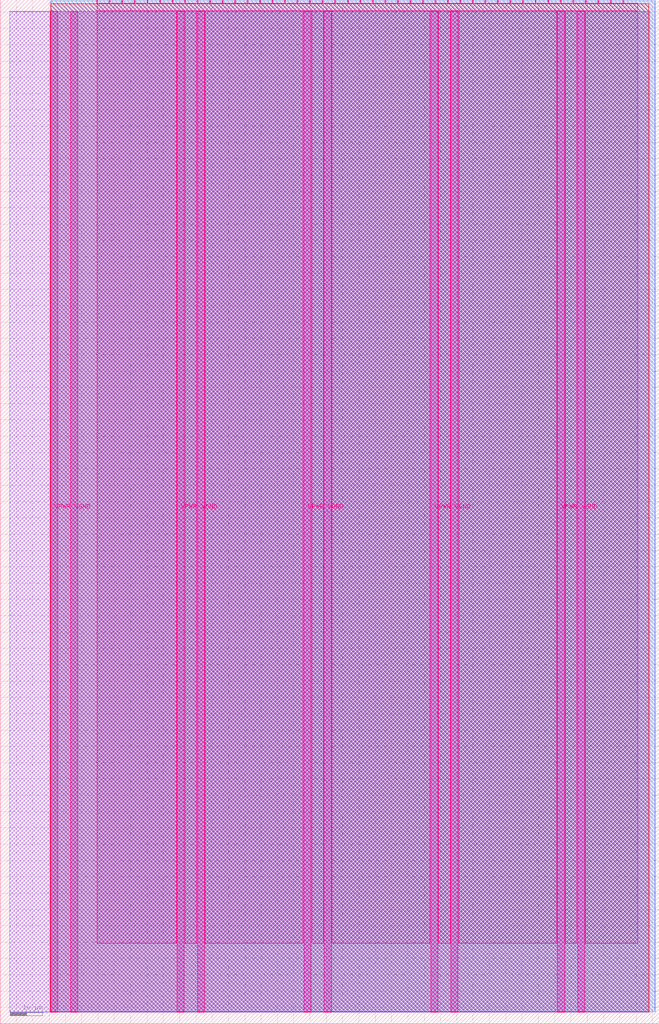
<source format=lef>
VERSION 5.7 ;
  NOWIREEXTENSIONATPIN ON ;
  DIVIDERCHAR "/" ;
  BUSBITCHARS "[]" ;
MACRO tt_um_iz_neuron
  CLASS BLOCK ;
  FOREIGN tt_um_iz_neuron ;
  ORIGIN 0.000 0.000 ;
  SIZE 202.080 BY 313.740 ;
  PIN VGND
    DIRECTION INOUT ;
    USE GROUND ;
    PORT
      LAYER Metal5 ;
        RECT 21.580 3.560 23.780 310.180 ;
    END
    PORT
      LAYER Metal5 ;
        RECT 60.450 3.560 62.650 310.180 ;
    END
    PORT
      LAYER Metal5 ;
        RECT 99.320 3.560 101.520 310.180 ;
    END
    PORT
      LAYER Metal5 ;
        RECT 138.190 3.560 140.390 310.180 ;
    END
    PORT
      LAYER Metal5 ;
        RECT 177.060 3.560 179.260 310.180 ;
    END
  END VGND
  PIN VPWR
    DIRECTION INOUT ;
    USE POWER ;
    PORT
      LAYER Metal5 ;
        RECT 15.380 3.560 17.580 310.180 ;
    END
    PORT
      LAYER Metal5 ;
        RECT 54.250 3.560 56.450 310.180 ;
    END
    PORT
      LAYER Metal5 ;
        RECT 93.120 3.560 95.320 310.180 ;
    END
    PORT
      LAYER Metal5 ;
        RECT 131.990 3.560 134.190 310.180 ;
    END
    PORT
      LAYER Metal5 ;
        RECT 170.860 3.560 173.060 310.180 ;
    END
  END VPWR
  PIN clk
    DIRECTION INPUT ;
    USE SIGNAL ;
    ANTENNAGATEAREA 0.213200 ;
    PORT
      LAYER Metal5 ;
        RECT 187.050 312.740 187.350 313.740 ;
    END
  END clk
  PIN ena
    DIRECTION INPUT ;
    USE SIGNAL ;
    ANTENNAGATEAREA 0.213200 ;
    PORT
      LAYER Metal5 ;
        RECT 190.890 312.740 191.190 313.740 ;
    END
  END ena
  PIN rst_n
    DIRECTION INPUT ;
    USE SIGNAL ;
    ANTENNAGATEAREA 0.213200 ;
    PORT
      LAYER Metal5 ;
        RECT 183.210 312.740 183.510 313.740 ;
    END
  END rst_n
  PIN ui_in[0]
    DIRECTION INPUT ;
    USE SIGNAL ;
    ANTENNAGATEAREA 0.314600 ;
    PORT
      LAYER Metal5 ;
        RECT 179.370 312.740 179.670 313.740 ;
    END
  END ui_in[0]
  PIN ui_in[1]
    DIRECTION INPUT ;
    USE SIGNAL ;
    ANTENNAGATEAREA 0.314600 ;
    PORT
      LAYER Metal5 ;
        RECT 175.530 312.740 175.830 313.740 ;
    END
  END ui_in[1]
  PIN ui_in[2]
    DIRECTION INPUT ;
    USE SIGNAL ;
    ANTENNAGATEAREA 0.213200 ;
    PORT
      LAYER Metal5 ;
        RECT 171.690 312.740 171.990 313.740 ;
    END
  END ui_in[2]
  PIN ui_in[3]
    DIRECTION INPUT ;
    USE SIGNAL ;
    ANTENNAGATEAREA 0.314600 ;
    PORT
      LAYER Metal5 ;
        RECT 167.850 312.740 168.150 313.740 ;
    END
  END ui_in[3]
  PIN ui_in[4]
    DIRECTION INPUT ;
    USE SIGNAL ;
    ANTENNAGATEAREA 0.213200 ;
    PORT
      LAYER Metal5 ;
        RECT 164.010 312.740 164.310 313.740 ;
    END
  END ui_in[4]
  PIN ui_in[5]
    DIRECTION INPUT ;
    USE SIGNAL ;
    ANTENNAGATEAREA 0.213200 ;
    PORT
      LAYER Metal5 ;
        RECT 160.170 312.740 160.470 313.740 ;
    END
  END ui_in[5]
  PIN ui_in[6]
    DIRECTION INPUT ;
    USE SIGNAL ;
    ANTENNAGATEAREA 0.213200 ;
    PORT
      LAYER Metal5 ;
        RECT 156.330 312.740 156.630 313.740 ;
    END
  END ui_in[6]
  PIN ui_in[7]
    DIRECTION INPUT ;
    USE SIGNAL ;
    ANTENNAGATEAREA 0.213200 ;
    PORT
      LAYER Metal5 ;
        RECT 152.490 312.740 152.790 313.740 ;
    END
  END ui_in[7]
  PIN uio_in[0]
    DIRECTION INPUT ;
    USE SIGNAL ;
    ANTENNAGATEAREA 0.180700 ;
    PORT
      LAYER Metal5 ;
        RECT 148.650 312.740 148.950 313.740 ;
    END
  END uio_in[0]
  PIN uio_in[1]
    DIRECTION INPUT ;
    USE SIGNAL ;
    ANTENNAGATEAREA 0.213200 ;
    PORT
      LAYER Metal5 ;
        RECT 144.810 312.740 145.110 313.740 ;
    END
  END uio_in[1]
  PIN uio_in[2]
    DIRECTION INPUT ;
    USE SIGNAL ;
    ANTENNAGATEAREA 0.180700 ;
    PORT
      LAYER Metal5 ;
        RECT 140.970 312.740 141.270 313.740 ;
    END
  END uio_in[2]
  PIN uio_in[3]
    DIRECTION INPUT ;
    USE SIGNAL ;
    PORT
      LAYER Metal5 ;
        RECT 137.130 312.740 137.430 313.740 ;
    END
  END uio_in[3]
  PIN uio_in[4]
    DIRECTION INPUT ;
    USE SIGNAL ;
    PORT
      LAYER Metal5 ;
        RECT 133.290 312.740 133.590 313.740 ;
    END
  END uio_in[4]
  PIN uio_in[5]
    DIRECTION INPUT ;
    USE SIGNAL ;
    PORT
      LAYER Metal5 ;
        RECT 129.450 312.740 129.750 313.740 ;
    END
  END uio_in[5]
  PIN uio_in[6]
    DIRECTION INPUT ;
    USE SIGNAL ;
    PORT
      LAYER Metal5 ;
        RECT 125.610 312.740 125.910 313.740 ;
    END
  END uio_in[6]
  PIN uio_in[7]
    DIRECTION INPUT ;
    USE SIGNAL ;
    PORT
      LAYER Metal5 ;
        RECT 121.770 312.740 122.070 313.740 ;
    END
  END uio_in[7]
  PIN uio_oe[0]
    DIRECTION OUTPUT ;
    USE SIGNAL ;
    ANTENNADIFFAREA 0.392700 ;
    PORT
      LAYER Metal5 ;
        RECT 56.490 312.740 56.790 313.740 ;
    END
  END uio_oe[0]
  PIN uio_oe[1]
    DIRECTION OUTPUT ;
    USE SIGNAL ;
    ANTENNADIFFAREA 0.392700 ;
    PORT
      LAYER Metal5 ;
        RECT 52.650 312.740 52.950 313.740 ;
    END
  END uio_oe[1]
  PIN uio_oe[2]
    DIRECTION OUTPUT ;
    USE SIGNAL ;
    ANTENNADIFFAREA 0.392700 ;
    PORT
      LAYER Metal5 ;
        RECT 48.810 312.740 49.110 313.740 ;
    END
  END uio_oe[2]
  PIN uio_oe[3]
    DIRECTION OUTPUT ;
    USE SIGNAL ;
    ANTENNADIFFAREA 0.392700 ;
    PORT
      LAYER Metal5 ;
        RECT 44.970 312.740 45.270 313.740 ;
    END
  END uio_oe[3]
  PIN uio_oe[4]
    DIRECTION OUTPUT ;
    USE SIGNAL ;
    ANTENNADIFFAREA 0.392700 ;
    PORT
      LAYER Metal5 ;
        RECT 41.130 312.740 41.430 313.740 ;
    END
  END uio_oe[4]
  PIN uio_oe[5]
    DIRECTION OUTPUT ;
    USE SIGNAL ;
    ANTENNADIFFAREA 0.299200 ;
    PORT
      LAYER Metal5 ;
        RECT 37.290 312.740 37.590 313.740 ;
    END
  END uio_oe[5]
  PIN uio_oe[6]
    DIRECTION OUTPUT ;
    USE SIGNAL ;
    ANTENNADIFFAREA 0.299200 ;
    PORT
      LAYER Metal5 ;
        RECT 33.450 312.740 33.750 313.740 ;
    END
  END uio_oe[6]
  PIN uio_oe[7]
    DIRECTION OUTPUT ;
    USE SIGNAL ;
    ANTENNADIFFAREA 0.299200 ;
    PORT
      LAYER Metal5 ;
        RECT 29.610 312.740 29.910 313.740 ;
    END
  END uio_oe[7]
  PIN uio_out[0]
    DIRECTION OUTPUT ;
    USE SIGNAL ;
    ANTENNADIFFAREA 0.654800 ;
    PORT
      LAYER Metal5 ;
        RECT 87.210 312.740 87.510 313.740 ;
    END
  END uio_out[0]
  PIN uio_out[1]
    DIRECTION OUTPUT ;
    USE SIGNAL ;
    ANTENNADIFFAREA 0.654800 ;
    PORT
      LAYER Metal5 ;
        RECT 83.370 312.740 83.670 313.740 ;
    END
  END uio_out[1]
  PIN uio_out[2]
    DIRECTION OUTPUT ;
    USE SIGNAL ;
    ANTENNADIFFAREA 0.299200 ;
    PORT
      LAYER Metal5 ;
        RECT 79.530 312.740 79.830 313.740 ;
    END
  END uio_out[2]
  PIN uio_out[3]
    DIRECTION OUTPUT ;
    USE SIGNAL ;
    ANTENNADIFFAREA 0.299200 ;
    PORT
      LAYER Metal5 ;
        RECT 75.690 312.740 75.990 313.740 ;
    END
  END uio_out[3]
  PIN uio_out[4]
    DIRECTION OUTPUT ;
    USE SIGNAL ;
    ANTENNADIFFAREA 0.299200 ;
    PORT
      LAYER Metal5 ;
        RECT 71.850 312.740 72.150 313.740 ;
    END
  END uio_out[4]
  PIN uio_out[5]
    DIRECTION OUTPUT ;
    USE SIGNAL ;
    ANTENNADIFFAREA 0.299200 ;
    PORT
      LAYER Metal5 ;
        RECT 68.010 312.740 68.310 313.740 ;
    END
  END uio_out[5]
  PIN uio_out[6]
    DIRECTION OUTPUT ;
    USE SIGNAL ;
    ANTENNADIFFAREA 0.299200 ;
    PORT
      LAYER Metal5 ;
        RECT 64.170 312.740 64.470 313.740 ;
    END
  END uio_out[6]
  PIN uio_out[7]
    DIRECTION OUTPUT ;
    USE SIGNAL ;
    ANTENNADIFFAREA 0.299200 ;
    PORT
      LAYER Metal5 ;
        RECT 60.330 312.740 60.630 313.740 ;
    END
  END uio_out[7]
  PIN uo_out[0]
    DIRECTION OUTPUT ;
    USE SIGNAL ;
    ANTENNADIFFAREA 0.651000 ;
    PORT
      LAYER Metal5 ;
        RECT 117.930 312.740 118.230 313.740 ;
    END
  END uo_out[0]
  PIN uo_out[1]
    DIRECTION OUTPUT ;
    USE SIGNAL ;
    ANTENNADIFFAREA 0.677200 ;
    PORT
      LAYER Metal5 ;
        RECT 114.090 312.740 114.390 313.740 ;
    END
  END uo_out[1]
  PIN uo_out[2]
    DIRECTION OUTPUT ;
    USE SIGNAL ;
    ANTENNADIFFAREA 0.677200 ;
    PORT
      LAYER Metal5 ;
        RECT 110.250 312.740 110.550 313.740 ;
    END
  END uo_out[2]
  PIN uo_out[3]
    DIRECTION OUTPUT ;
    USE SIGNAL ;
    ANTENNADIFFAREA 0.677200 ;
    PORT
      LAYER Metal5 ;
        RECT 106.410 312.740 106.710 313.740 ;
    END
  END uo_out[3]
  PIN uo_out[4]
    DIRECTION OUTPUT ;
    USE SIGNAL ;
    ANTENNADIFFAREA 0.677200 ;
    PORT
      LAYER Metal5 ;
        RECT 102.570 312.740 102.870 313.740 ;
    END
  END uo_out[4]
  PIN uo_out[5]
    DIRECTION OUTPUT ;
    USE SIGNAL ;
    ANTENNADIFFAREA 0.677200 ;
    PORT
      LAYER Metal5 ;
        RECT 98.730 312.740 99.030 313.740 ;
    END
  END uo_out[5]
  PIN uo_out[6]
    DIRECTION OUTPUT ;
    USE SIGNAL ;
    ANTENNADIFFAREA 0.677200 ;
    PORT
      LAYER Metal5 ;
        RECT 94.890 312.740 95.190 313.740 ;
    END
  END uo_out[6]
  PIN uo_out[7]
    DIRECTION OUTPUT ;
    USE SIGNAL ;
    ANTENNADIFFAREA 0.677200 ;
    PORT
      LAYER Metal5 ;
        RECT 91.050 312.740 91.350 313.740 ;
    END
  END uo_out[7]
  OBS
      LAYER GatPoly ;
        RECT 2.880 3.630 199.200 310.110 ;
      LAYER Metal1 ;
        RECT 2.880 3.560 199.200 310.180 ;
      LAYER Metal2 ;
        RECT 15.515 3.680 200.785 313.420 ;
      LAYER Metal3 ;
        RECT 15.560 3.635 200.740 313.465 ;
      LAYER Metal4 ;
        RECT 15.515 3.680 198.865 312.580 ;
      LAYER Metal5 ;
        RECT 30.120 312.530 33.240 312.740 ;
        RECT 33.960 312.530 37.080 312.740 ;
        RECT 37.800 312.530 40.920 312.740 ;
        RECT 41.640 312.530 44.760 312.740 ;
        RECT 45.480 312.530 48.600 312.740 ;
        RECT 49.320 312.530 52.440 312.740 ;
        RECT 53.160 312.530 56.280 312.740 ;
        RECT 57.000 312.530 60.120 312.740 ;
        RECT 60.840 312.530 63.960 312.740 ;
        RECT 64.680 312.530 67.800 312.740 ;
        RECT 68.520 312.530 71.640 312.740 ;
        RECT 72.360 312.530 75.480 312.740 ;
        RECT 76.200 312.530 79.320 312.740 ;
        RECT 80.040 312.530 83.160 312.740 ;
        RECT 83.880 312.530 87.000 312.740 ;
        RECT 87.720 312.530 90.840 312.740 ;
        RECT 91.560 312.530 94.680 312.740 ;
        RECT 95.400 312.530 98.520 312.740 ;
        RECT 99.240 312.530 102.360 312.740 ;
        RECT 103.080 312.530 106.200 312.740 ;
        RECT 106.920 312.530 110.040 312.740 ;
        RECT 110.760 312.530 113.880 312.740 ;
        RECT 114.600 312.530 117.720 312.740 ;
        RECT 118.440 312.530 121.560 312.740 ;
        RECT 122.280 312.530 125.400 312.740 ;
        RECT 126.120 312.530 129.240 312.740 ;
        RECT 129.960 312.530 133.080 312.740 ;
        RECT 133.800 312.530 136.920 312.740 ;
        RECT 137.640 312.530 140.760 312.740 ;
        RECT 141.480 312.530 144.600 312.740 ;
        RECT 145.320 312.530 148.440 312.740 ;
        RECT 149.160 312.530 152.280 312.740 ;
        RECT 153.000 312.530 156.120 312.740 ;
        RECT 156.840 312.530 159.960 312.740 ;
        RECT 160.680 312.530 163.800 312.740 ;
        RECT 164.520 312.530 167.640 312.740 ;
        RECT 168.360 312.530 171.480 312.740 ;
        RECT 172.200 312.530 175.320 312.740 ;
        RECT 176.040 312.530 179.160 312.740 ;
        RECT 179.880 312.530 183.000 312.740 ;
        RECT 183.720 312.530 186.840 312.740 ;
        RECT 187.560 312.530 190.680 312.740 ;
        RECT 191.400 312.530 195.460 312.740 ;
        RECT 29.660 310.390 195.460 312.530 ;
        RECT 29.660 24.635 54.040 310.390 ;
        RECT 56.660 24.635 60.240 310.390 ;
        RECT 62.860 24.635 92.910 310.390 ;
        RECT 95.530 24.635 99.110 310.390 ;
        RECT 101.730 24.635 131.780 310.390 ;
        RECT 134.400 24.635 137.980 310.390 ;
        RECT 140.600 24.635 170.650 310.390 ;
        RECT 173.270 24.635 176.850 310.390 ;
        RECT 179.470 24.635 195.460 310.390 ;
  END
END tt_um_iz_neuron
END LIBRARY


</source>
